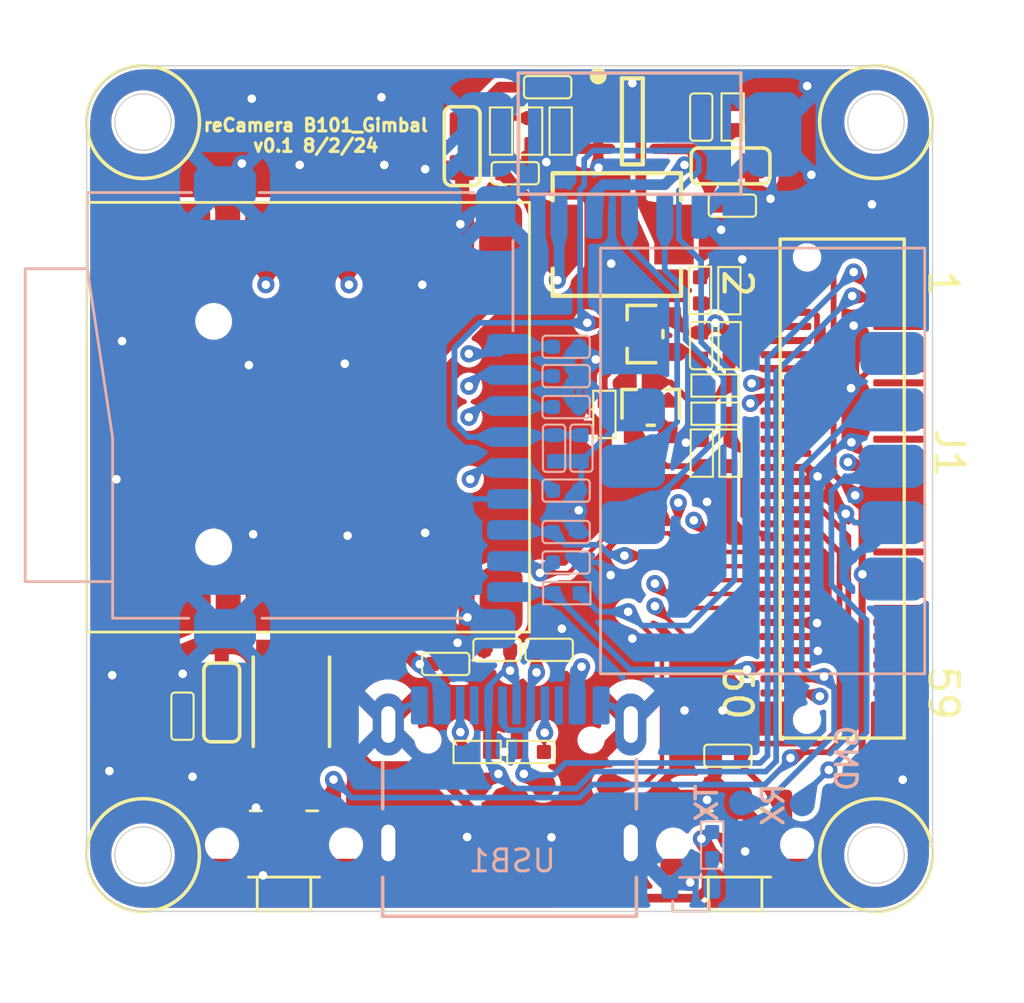
<source format=kicad_pcb>
(kicad_pcb (version 20240108) (generator "pcbnew") (generator_version "8.0")
  (layers (0 "F.Cu" signal) (1 "In1.Cu" signal) (2 "In2.Cu" signal) (31 "B.Cu" signal) (34 "B.Paste" user) (35 "F.Paste" user) (36 "B.SilkS" user "B.Silkscreen") (37 "F.SilkS" user "F.Silkscreen") (38 "B.Mask" user) (39 "F.Mask" user) (44 "Edge.Cuts" user))
  (net 0 "")
  (net 1 "+3V3")
  (net 2 "GND")
  (net 3 "+5V")
  (net 4 "USB_DN")
  (net 5 "USB_DP")
  (net 6 "SDIO_D1{slash}3V3")
  (net 7 "SDIO_D0{slash}3V3")
  (net 8 "SDIO_CLK{slash}3V3")
  (net 9 "SDIO_CMD{slash}3V3")
  (net 10 "SDIO_D3{slash}3V3")
  (net 11 "SDIO_D2{slash}3V3")
  (net 12 "SD_PWR_3V3")
  (net 13 "USB_DET")
  (net 14 "DEBUG_UART0_TX")
  (net 15 "GPIO13")
  (net 16 "Net-(D10-+)")
  (net 17 "GPIO12")
  (net 18 "IIC1_SDA")
  (net 19 "IIC2_SCL")
  (net 20 "SDIO_CD{slash}3V3")
  (net 21 "nRESET")
  (net 22 "IIC2_SDA")
  (net 23 "EPHY_TXN")
  (net 24 "EPHY_RXP")
  (net 25 "PWR_WAKEUP1")
  (net 26 "IIC1_SCL")
  (net 27 "EPHY_RXN")
  (net 28 "UPGRAD_KEY{slash}WL_BT_EN")
  (net 29 "DEBUG_UART0_RX")
  (net 30 "EPHY_TXP")
  (net 31 "+12V")
  (net 33 "SD1_CLK")
  (net 34 "SD1_CMD")
  (net 35 "SD1_D0")
  (net 36 "SD1_D1")
  (net 37 "SD1_D2")
  (net 38 "SD1_D3")
  (net 39 "Net-(USB1-B5{slash}CC2)")
  (net 40 "BT_UART1_TX")
  (net 41 "BT_UART1_RX")
  (net 42 "BT_UART1_RTS")
  (net 43 "BT_UART1_CTS")
  (net 44 "Net-(USB1-A5{slash}CC1)")
  (net 49 "Net-(Q2-G)")
  (net 51 "SD0_PWR_EN")
  (net 52 "VIN")
  (net 59 "RESERVE1")
  (net 62 "RESERVE2")
  (net 66 "Net-(U4-LX)")
  (net 67 "Net-(U4-BS)")
  (net 68 "Net-(U4-FB)")
  (net 69 "Net-(U4-FS)")
  (net 70 "Net-(Q1-B)")
  (net 71 "Net-(Q1-C)")
  (net 72 "Net-(U4-EN)")
  (net 73 "CANH")
  (net 74 "CANL")
  (footprint "Capacitor_SMD:C0402" (layer "F.Cu") (at 101.95 106.55 90)
    (property "Reference" "C7" (hide yes))
    (property "Value" "100nF" (hide yes))
  )
  (footprint "Inductor_SMD:6.8uH" (layer "F.Cu") (at 115.06 87.229)
    (property "Reference" "L1" (hide yes))
    (property "Value" "6.8uH" (hide yes))
  )
  (footprint "Misc:TP-D35MIL" (layer "F.Cu") (at 114.733333 109)
    (property "Reference" "TP4" (hide yes))
    (property "Value" "Test Point" (hide yes))
  )
  (footprint "Misc:TP-D35MIL" (layer "F.Cu") (at 110.066667 109)
    (property "Reference" "TP6" (hide yes))
    (property "Value" "Test Point" (hide yes))
  )
  (footprint "Resistor:R0402" (layer "F.Cu") (at 114.3 107.823 180)
    (property "Reference" "R12" (hide yes))
    (property "Value" "5.1K")
  )
  (footprint "Diode_SMD:ESD-0402" (layer "F.Cu") (at 113.1 104.2 180)
    (property "Reference" "D3" (hide yes))
    (property "Value" "ESDPSA0402V05" (hide yes))
  )
  (footprint "Resistor_SMD:R0402" (layer "F.Cu") (at 113.65775 84.95 -90)
    (property "Reference" "R9" (hide yes))
    (property "Value" "100K" (hide yes))
  )
  (footprint "Connector:WT9011G4K" (layer "F.Cu") (at 98.547919 103.57 90)
    (property "Reference" "U1" (hide yes))
    (property "Value" "~" (hide yes))
  )
  (footprint "Resistor:R0402" (layer "F.Cu") (at 120.3 91.45 90)
    (property "Reference" "R5" (hide yes))
    (property "Value" "20K")
  )
  (footprint "Transistor:SOT-323" (layer "F.Cu") (at 118.55 95.6 -90)
    (property "Reference" "Q1" (hide yes))
    (property "Value" "S9013W" (hide yes))
  )
  (footprint "Capacitor_SMD:C0402" (layer "F.Cu") (at 120.334 93.4125 -90)
    (property "Reference" "C8" (hide yes))
    (property "Value" "100nF")
  )
  (footprint "Resistor:R0402" (layer "F.Cu") (at 120.834 95.825)
    (property "Reference" "R24" (hide yes))
    (property "Value" "1K")
  )
  (footprint "Connector:BTB60-Male-Female-0.5-17.7x4.4mm" (layer "F.Cu") (at 125.344 98.48 -90)
    (property "Reference" "J1")
    (property "Value" "ST-BTB-058060-A")
  )
  (footprint "Resistor:R0402" (layer "F.Cu") (at 121.341 91.461 -90)
    (property "Reference" "R4" (hide yes))
    (property "Value" "10K")
  )
  (footprint "Capacitor_SMD:C0402" (layer "F.Cu") (at 120.35 85.3 90)
    (property "Reference" "C5" (hide yes))
    (property "Value" "10nF" (hide yes))
  )
  (footprint "Converter_DCDC:SY8303AIC" (layer "F.Cu") (at 118.34 87.0045 180)
    (property "Reference" "U4" (hide yes))
    (property "Value" "~" (hide yes))
  )
  (footprint "Resistor:R0402" (layer "F.Cu") (at 120.3635 97.222 -90)
    (property "Reference" "R3" (hide yes))
    (property "Value" "100K")
  )
  (footprint "Resistor:R0402" (layer "F.Cu") (at 121.35 93.4125 90)
    (property "Reference" "R22" (hide yes))
    (property "Value" "33K")
  )
  (footprint "Fuse:F1210" (layer "F.Cu") (at 105.806 106.0415 90)
    (property "Reference" "F1" (hide yes))
    (property "Value" "2A")
  )
  (footprint "Misc:TP-D35MIL" (layer "F.Cu") (at 117.066667 109)
    (property "Reference" "TP7" (hide yes))
    (property "Value" "Test Point" (hide yes))
  )
  (footprint "Diode_SMD:ESD-0402" (layer "F.Cu") (at 114.95 104.2)
    (property "Reference" "D2" (hide yes))
    (property "Value" "ESDPSA0402V05" (hide yes))
  )
  (footprint "Capacitor_SMD:C0402" (layer "F.Cu") (at 114.9 84.25)
    (property "Reference" "C10" (hide yes))
    (property "Value" "100pF" (hide yes))
  )
  (footprint "Switch:SW5-SMD-4.56X2.3X1.9MM" (layer "F.Cu") (at 121.544 111.111 180)
    (property "Reference" "K2" (hide yes))
    (property "Value" "TD-1100AP-A4N-D1R" (hide yes))
  )
  (footprint "Resistor_SMD:R0402" (layer "F.Cu") (at 113.89225 86.65 90)
    (property "Reference" "R10" (hide yes))
    (property "Value" "13.7k" (hide yes))
  )
  (footprint "Capacitor_SMD:C0603" (layer "F.Cu") (at 102.61575 107.44525 90)
    (property "Reference" "C6" (hide yes))
    (property "Value" "10uF" (hide yes))
  )
  (footprint "Resistor:R0402" (layer "F.Cu") (at 112.395 107.823 180)
    (property "Reference" "R7" (hide yes))
    (property "Value" "5.1K")
  )
  (footprint "Misc:TP-D35MIL" (layer "F.Cu") (at 112.4 109)
    (property "Reference" "TP5" (hide yes))
    (property "Value" "Test Point" (hide yes))
  )
  (footprint "Capacitor_SMD:C0603" (layer "F.Cu") (at 120.00475 86.31575)
    (property "Reference" "C4" (hide yes))
    (property "Value" "47uF" (hide yes))
  )
  (footprint "Capacitor_SMD:C0402" (layer "F.Cu") (at 121.45 88.45)
    (property "Reference" "C3" (hide yes))
    (property "Value" "100nF" (hide yes))
  )
  (footprint "Resistor_SMD:R0402" (layer "F.Cu") (at 114.94225 86.65 90)
    (property "Reference" "R6" (hide yes))
    (property "Value" "200k" (hide yes))
  )
  (footprint "Mosfet:SOT-323" (layer "F.Cu") (at 118.35 93)
    (property "Reference" "Q2" (hide yes))
    (property "Value" "CJ2101" (hide yes))
  )
  (footprint "Capacitor_SMD:C0402" (layer "F.Cu") (at 121.285 107.95 180)
    (property "Reference" "C9" (hide yes))
    (property "Value" "10pF")
  )
  (footprint "Resistor:R0402" (layer "F.Cu") (at 120.834 94.825 180)
    (property "Reference" "R20" (hide yes))
    (property "Value" "47K")
  )
  (footprint "Switch:SW5-SMD-4.56X2.3X1.9MM" (layer "F.Cu") (at 105.544 111.111 180)
    (property "Reference" "K1" (hide yes))
    (property "Value" "TD-1100AP-A4N-D1R" (hide yes))
  )
  (footprint "Capacitor_SMD:C0603" (layer "F.Cu") (at 112.58425 84.95475 -90)
    (property "Reference" "C11" (hide yes))
    (property "Value" "47uF" (hide yes))
  )
  (footprint "Diode_SMD:ESD-0402" (layer "F.Cu") (at 111.28 104.7)
    (property "Reference" "D1" (hide yes))
    (property "Value" "ESDPSA0402V05" (hide yes))
  )
  (footprint "Resistor_SMD:R0402" (layer "F.Cu") (at 116.49225 96.7 90)
    (property "Reference" "R21" (hide yes))
    (property "Value" "100K" (hide yes))
  )
  (footprint "Capacitor_SMD:C0402" (layer "F.Cu") (at 113.75 87.3)
    (property "Reference" "C12" (hide yes))
    (property "Value" "100nF" (hide yes))
  )
  (footprint "Resistor:R0402" (layer "F.Cu") (at 121.3795 97.222 -90)
    (property "Reference" "R2" (hide yes))
    (property "Value" "1K")
  )
  (footprint "Resistor_SMD:R0402" (layer "F.Cu") (at 121.04225 86.15 90)
    (property "Reference" "R8" (hide yes))
    (property "Value" "10k" (hide yes))
  )
  (footprint "Capacitor:C0402" (layer "B.Cu") (at 115.1229 97.05 -90)
    (property "Reference" "C1" (hide yes))
    (property "Value" "1uF")
  )
  (footprint "Misc:TP-D35MIL" (layer "B.Cu") (at 123.93 109.66 180)
    (property "Reference" "TP2" (hide yes))
    (property "Value" "Test Point" (hide yes))
  )
  (footprint "Connector:MICRO-SD-CARD-9P" (layer "B.Cu") (at 105.375 95.57 180)
    (property "Reference" "J2" (hide yes))
    (property "Value" "ST-TF-003J" (hide yes))
  )
  (footprint "Capacitor_SMD:C0402" (layer "B.Cu") (at 116.1 97.05 -90)
    (property "Reference" "C2" (hide yes))
    (property "Value" "100nF")
  )
  (footprint "Diode_SMD:ESD-0402" (layer "B.Cu") (at 115.55 98.552)
    (property "Reference" "D6" (hide yes))
    (property "Value" "ESDPSA0402V05" (hide yes))
  )
  (footprint "Connector:USB2.0-TYPE-C" (layer "B.Cu") (at 113.544 106.3 90)
    (property "Reference" "USB1")
    (property "Value" "USB2.0 Type C")
  )
  (footprint "Diode_SMD:ESD-0402" (layer "B.Cu") (at 115.55 100.02)
    (property "Reference" "D5" (hide yes))
    (property "Value" "ESDPSA0402V05" (hide yes))
  )
  (footprint "Diode_SMD:ESD-0402" (layer "B.Cu") (at 115.55 95.59)
    (property "Reference" "D7" (hide yes))
    (property "Value" "ESDPSA0402V05" (hide yes))
  )
  (footprint "Connector:TTL-CAN" (layer "B.Cu") (at 128.27 89.95 180)
    (property "Reference" "U2" (hide yes))
    (property "Value" "~" (hide yes))
  )
  (footprint "Connector:JST5_2P_1d25_7_9x4_3x3_4mm" (layer "B.Cu") (at 117.8 88.82)
    (property "Reference" "J3" (hide yes))
    (property "Value" "1.25-5A-WT")
  )
  (footprint "Diode_SMD:ESD-0402" (layer "B.Cu") (at 115.55 94.49)
    (property "Reference" "D8" (hide yes))
    (property "Value" "ESDPSA0402V05" (hide yes))
  )
  (footprint "Diode:LED2-0.6X1.7MM" (layer "B.Cu") (at 119.98 112.621)
    (property "Reference" "D10" (hide yes))
    (property "Value" "27-21/GHC-YR1S2M/3C" (hide yes))
  )
  (footprint "Diode_SMD:ESD-0402" (layer "B.Cu") (at 115.55 101.1)
    (property "Reference" "D4" (hide yes))
    (property "Value" "ESDPSA0402V05" (hide yes))
  )
  (footprint "Misc:TP-D35MIL" (layer "B.Cu") (at 126.85 108.1 180)
    (property "Reference" "TP3" (hide yes))
    (property "Value" "Test Point" (hide yes))
  )
  (footprint "Diode_SMD:ESD-0402" (layer "B.Cu") (at 115.55 93.45)
    (property "Reference" "D9" (hide yes))
    (property "Value" "ESDPSA0402V05" (hide yes))
  )
  (footprint "Misc:TP-D35MIL" (layer "B.Cu") (at 121.77 109.63 180)
    (property "Reference" "TP1" (hide yes))
    (property "Value" "Test Point" (hide yes))
  )
  (footprint "Resistor:R0402" (layer "B.Cu") (at 120.73 111.125 90)
    (property "Reference" "R1" (hide yes))
    (property "Value" "510R")
  )
  (footprint "Resistor:R0402" (layer "B.Cu") (at 115.5729 102.19)
    (property "Reference" "R23" (hide yes))
    (property "Value" "100K")
  )
  (gr_circle (center 100.544 111.48) (end 102.544 111.48) (stroke (width 0.127)) (fill none) (layer "F.SilkS"))
  (gr_circle (center 100.544 85.48) (end 102.544 85.48) (stroke (width 0.127)) (fill none) (layer "F.SilkS"))
  (gr_circle (center 126.544 111.48) (end 128.544 111.48) (stroke (width 0.127)) (fill none) (layer "F.SilkS"))
  (gr_circle (center 126.544 85.48) (end 128.544 85.48) (stroke (width 0.127)) (fill none) (layer "F.SilkS"))
  (gr_circle (center 100.544 111.48) (end 101.544 111.48) (stroke (width 0.05)) (fill none) (layer "Edge.Cuts"))
  (gr_line (start 128.548285 85.580549) (end 128.547997 111.49247) (stroke (width 0.05)) (layer "Edge.Cuts"))
  (gr_line (start 98.541715 111.379451) (end 98.542003 85.46753) (stroke (width 0.05)) (layer "Edge.Cuts"))
  (gr_arc (start 126.56247 83.482003) (mid 127.99 84.12) (end 128.548285 85.580549) (stroke (width 0.05)) (layer "Edge.Cuts"))
  (gr_circle (center 126.544 111.48) (end 127.544 111.48) (stroke (width 0.05)) (fill none) (layer "Edge.Cuts"))
  (gr_circle (center 126.544 85.48) (end 127.544 85.48) (stroke (width 0.05)) (fill none) (layer "Edge.Cuts"))
  (gr_arc (start 128.547997 111.49247) (mid 127.91 112.92) (end 126.449451 113.478285) (stroke (width 0.05)) (layer "Edge.Cuts"))
  (gr_line (start 126.449451 113.478285) (end 100.52753 113.477997) (stroke (width 0.05)) (layer "Edge.Cuts"))
  (gr_line (start 100.640549 83.481715) (end 126.56247 83.482003) (stroke (width 0.05)) (layer "Edge.Cuts"))
  (gr_arc (start 100.52753 113.477997) (mid 99.1 112.84) (end 98.541715 111.379451) (stroke (width 0.05)) (layer "Edge.Cuts"))
  (gr_circle (center 100.544 85.48) (end 101.544 85.48) (stroke (width 0.05)) (fill none) (layer "Edge.Cuts"))
  (gr_arc (start 98.542003 85.46753) (mid 99.18 84.04) (end 100.640549 83.481715) (stroke (width 0.05)) (layer "Edge.Cuts"))
  (gr_text "TX" (at 120.99 109.63 90) (layer "B.SilkS") (effects (font (size 0.762 0.762) (thickness 0.127)) (justify bottom mirror)))
  (gr_text "GND" (at 125.97 108.045 90) (layer "B.SilkS") (effects (font (size 0.762 0.762) (thickness 0.127)) (justify bottom mirror)))
  (gr_text "RX" (at 123.34 109.69 90) (layer "B.SilkS") (effects (font (size 0.762 0.762) (thickness 0.127)) (justify bottom mirror)))
  (gr_text "reCamera B101_Gimbal\nv0.1 8/2/24" (at 106.67 86.58 0) (layer "F.SilkS") (effects (font (size 0.45 0.45) (thickness 0.1125)) (justify bottom)))
  (segment (start 119.8204 92.9464) (end 119.239 92.365) (width 0.2032) (layer "F.Cu") (net 1))
  (segment (start 125.548 97.54066) (end 125.73734 97.73) (width 0.254) (layer "F.Cu") (net 1))
  (segment (start 120.85 92.6) (end 121.2 92.95) (width 0.2032) (layer "F.Cu") (net 1))
  (segment (start 120.344 92.95) (end 120.3404 92.9464) (width 0.2032) (layer "F.Cu") (net 1))
  (segment (start 120.5 92.95) (end 120.344 92.95) (width 0.2032) (layer "F.Cu") (net 1))
  (segment (start 125.73734 97.73) (end 127.344 97.73) (width 0.254) (layer "F.Cu") (net 1))
  (segment (start 121.2 92.95) (end 121.35 92.95) (width 0.2032) (layer "F.Cu") (net 1))
  (segment (start 120.85 92.6) (end 120.5 92.95) (width 0.2032) (layer "F.Cu") (net 1))
  (segment (start 120.3404 92.9464) (end 119.8204 92.9464) (width 0.2032) (layer "F.Cu") (net 1))
  (via (at 125.548 97.54066) (size 0.6096) (drill 0.3048) (layers "F.Cu" "B.Cu") (net 1))
  (via (at 120.85 92.6) (size 0.6096) (drill 0.3048) (layers "F.Cu" "B.Cu") (net 1))
  (segment (start 124.29 98.23) (end 123.344 98.23) (width 0.2032) (layer "F.Cu") (net 2))
  (segment (start 125.67 96.84) (end 126.06 97.23) (width 0.2032) (layer "F.Cu") (net 2))
  (segment (start 121.341 90.809) (end 121.8 90.35) (width 0.2032) (layer "F.Cu") (net 2))
  (segment (start 104.55 109.8) (end 104.589 109.761) (width 0.2032) (layer "F.Cu") (net 2))
  (segment (start 111.74 104.7) (end 111.74 103.99) (width 0.2032) (layer "F.Cu") (net 2))
  (segment (start 121.957001 91.742999) (end 121.341 91.126999) (width 0.2032) (layer "F.Cu") (net 2))
  (segment (start 122.444001 92.23) (end 121.957001 91.742999) (width 0.2032) (layer "F.Cu") (net 2))
  (segment (start 123.569 111.911) (end 122.461 111.911) (width 0.2032) (layer "F.Cu") (net 2))
  (segment (start 110.60325 87.09675) (end 110.55 87.15) (width 0.2032) (layer "F.Cu") (net 2))
  (segment (start 116.689 85.7795) (end 116.689 87.089) (width 0.2032) (layer "F.Cu") (net 2))
  (segment (start 122.14675 87.03575) (end 122.14675 87.54675) (width 0.2032) (layer "F.Cu") (net 2))
  (segment (start 119.7095 96.7595) (end 119.4555 96.7595) (width 0.2032) (layer "F.Cu") (net 2))
  (segment (start 124.243999 93.73) (end 124.45 93.523999) (width 0.2032) (layer "F.Cu") (net 2))
  (segment (start 114.4564 87.2936) (end 114.85 86.9) (width 0.2032) (layer "F.Cu") (net 2))
  (segment (start 122.461 111.911) (end 121.9 111.35) (width 0.2032) (layer "F.Cu") (net 2))
  (segment (start 120.3635 96.7595) (end 119.8905 96.7595) (width 0.2032) (layer "F.Cu") (net 2))
  (segment (start 121.341 91.126999) (end 121.341 90.9985) (width 0.2032) (layer "F.Cu") (net 2))
  (segment (start 116.689 87.089) (end 116.7 87.1) (width 0.2032) (layer "F.Cu") (net 2))
  (segment (start 126.06 97.23) (end 127.344 97.23) (width 0.2032) (layer "F.Cu") (net 2))
  (segment (start 120.55 109.52) (end 120.641 109.611) (width 0.2032) (layer "F.Cu") (net 2))
  (segment (start 119.994 109.611) (end 119.844 109.761) (width 0.2032) (layer "F.Cu") (net 2))
  (segment (start 121.544 109.611) (end 121.544 110.994) (width 0.2032) (layer "F.Cu") (net 2))
  (segment (start 124.43 103.23) (end 124.45 103.25) (width 0.2032) (layer "F.Cu") (net 2))
  (segment (start 115.41 103.46) (end 115.4 103.45) (width 0.2032) (layer "F.Cu") (net 2))
  (segment (start 115.37225 86.37775) (end 114.85 86.9) (width 0.2032) (layer "F.Cu") (net 2))
  (segment (start 103.33575 105.30325) (end 102.20325 105.30325) (width 0.381) (layer "F.Cu") (net 2))
  (segment (start 120.8261 109.2439) (end 120.8261 107.9564) (width 0.2032) (layer "F.Cu") (net 2))
  (segment (start 115.37225 86.265) (end 115.37225 86.37775) (width 0.2032) (layer "F.Cu") (net 2))
  (segment (start 120.459 109.611) (end 119.994 109.611) (width 0.2032) (layer "F.Cu") (net 2))
  (segment (start 101.9436 105.0564) (end 101.95 105.05) (width 0.381) (layer "F.Cu") (net 2))
  (segment (start 126.348 94.23) (end 127.344 94.23) (width 0.2032) (layer "F.Cu") (net 2))
  (segment (start 102.20325 105.30325) (end 101.95 105.05) (width 0.381) (layer "F.Cu") (net 2))
  (segment (start 122.14675 87.54675) (end 122.8 88.2) (width 0.2032) (layer "F.Cu") (net 2))
  (segment (start 124.45 93.523999) (end 124.45 92.35) (width 0.2032) (layer "F.Cu") (net 2))
  (segment (start 124.471099 98.048901) (end 124.152198 97.73) (width 0.2032) (layer "F.Cu") (net 2))
  (segment (start 103.844 109.761) (end 104.511 109.761) (width 0.2032) (layer "F.Cu") (net 2))
  (segment (start 119.4555 96.7595) (end 119.185 96.489) (width 0.2032) (layer "F.Cu") (net 2))
  (segment (start 112.64 104.2) (end 111.95 104.2) (width 0.2032) (layer "F.Cu") (net 2))
  (segment (start 119.519 111.911) (end 119.519 112.019) (width 0.2032) (layer "F.Cu") (net 2))
  (segment (start 110.479919 100.120081) (end 110.479919 102.42) (width 0.2032) (layer "F.Cu") (net 2))
  (segment (start 110.066667 110.227333) (end 109.244 111.05) (width 0.2032) (layer "F.Cu") (net 2))
  (segment (start 126.22 92.23) (end 127.344 92.23) (width 0.2032) (layer "F.Cu") (net 2))
  (segment (start 111.95 104.2) (end 111.7 103.95) (width 0.2032) (layer "F.Cu") (net 2))
  (segment (start 101.9436 106.0911) (end 101.9436 105.0564) (width 0.381) (layer "F.Cu") (net 2))
  (segment (start 114.32225 86.37225) (end 114.85 86.9) (width 0.2032) (layer "F.Cu") (net 2))
  (segment (start 123.344 103.23) (end 124.43 103.23) (width 0.2032) (layer "F.Cu") (net 2))
  (segment (start 123.344 93.73) (end 124.243999 93.73) (width 0.2032) (layer "F.Cu") (net 2))
  (segment (start 120.55 109.52) (end 120.459 109.611) (width 0.2032) (layer "F.Cu") (net 2))
  (segment (start 116.15 94.35) (end 116.6 93.9) (width 0.2032) (layer "F.Cu") (net 2))
  (segment (start 124.45 92.35) (end 124.33 92.23) (width 0.2032) (layer "F.Cu") (net 2))
  (segment (start 124.152198 97.73) (end 123.344 97.73) (width 0.2032) (layer "F.Cu") (net 2))
  (segment (start 119.8 96.85) (end 119.7095 96.7595) (width 0.2032) (layer "F.Cu") (net 2))
  (segment (start 104.511 109.761) (end 104.55 109.8) (width 0.2032) (layer "F.Cu") (net 2))
  (segment (start 110.461919 89.466) (end 110.461919 91.238081) (width 0.3048) (layer "F.Cu") (net 2))
  (segment (start 116.15 95.54275) (end 116.15 94.35) (width 0.2032) (layer "F.Cu") (net 2))
  (segment (start 124.33 92.23) (end 123.344 92.23) (width 0.2032) (layer "F.Cu") (net 2))
  (segment (start 116.92225 96.315) (end 116.15 95.54275) (width 0.2032) (layer "F.Cu") (net 2))
  (segment (start 120.641 109.611) (end 121.544 109.611) (width 0.2032) (layer "F.Cu") (net 2))
  (segment (start 111.86425 87.09675) (end 110.60325 87.09675) (width 0.2032) (layer "F.Cu") (net 2))
  (segment (start 110.461919 91.238081) (end 110.45 91.25) (width 0.3048) (layer "F.Cu") (net 2))
  (segment (start 111.74 103.99) (end 111.7 103.95) (width 0.2032) (layer "F.Cu") (net 2))
  (segment (start 103.519 111.911) (end 104.511 111.911) (width 0.2032) (layer "F.Cu") (net 2))
  (segment (start 114.32225 86.265) (end 114.32225 86.37225) (width 0.2032) (layer "F.Cu") (net 2))
  (segment (start 104.589 109.761) (end 105.394 109.761) (width 0.2032) (layer "F.Cu") (net 2))
  (segment (start 119.519 112.019) (end 119.95 112.45) (width 0.2032) (layer "F.Cu") (net 2))
  (segment (start 122.5564 88.4436) (end 122.8 88.2) (width 0.2032) (layer "F.Cu") (net 2))
  (segment (start 124.471099 98.048901) (end 124.29 98.23) (width 0.2032) (layer "F.Cu") (net 2))
  (segment (start 123.344 92.23) (end 122.444001 92.23) (width 0.2032) (layer "F.Cu") (net 2))
  (segment (start 121.544 110.994) (end 121.9 111.35) (width 0.2032) (layer "F.Cu") (net 2))
  (segment (start 104.511 111.911) (end 104.8 112.2) (width 0.2032) (layer "F.Cu") (net 2))
  (segment (start 121.9089 88.4436) (end 122.5564 88.4436) (width 0.2032) (layer "F.Cu") (net 2))
  (segment (start 125.75 92.7) (end 126.22 92.23) (width 0.2032) (layer "F.Cu") (net 2))
  (segment (start 119.8905 96.7595) (end 119.8 96.85) (width 0.2032) (layer "F.Cu") (net 2))
  (segment (start 121.341 90.9985) (end 121.341 90.809) (width 0.2032) (layer "F.Cu") (net 2))
  (segment (start 110.066667 109) (end 110.066667 110.227333) (width 0.2032) (layer "F.Cu") (net 2))
  (segment (start 115.41 104.2) (end 115.41 103.46) (width 0.2032) (layer "F.Cu") (net 2))
  (segment (start 105.089 111.911) (end 104.8 112.2) (width 0.2032) (layer "F.Cu") (net 2))
  (segment (start 125.658 94.92) (end 126.348 94.23) (width 0.2032) (layer "F.Cu") (net 2))
  (segment (start 110.55 100.05) (end 110.479919 100.120081) (width 0.2032) (layer "F.Cu") (net 2))
  (segment (start 105.394 109.761) (end 105.544 109.611) (width 0.2032) (layer "F.Cu") (net 2))
  (segment (start 114.2089 87.2936) (end 114.4564 87.2936) (width 0.2032) (layer "F.Cu") (net 2))
  (segment (start 120.55 109.52) (end 120.8261 109.2439) (width 0.2032) (layer "F.Cu") (net 2))
  (segment (start 107.569 111.911) (end 105.089 111.911) (width 0.2032) (layer "F.Cu") (net 2))
  (via (at 125.67 96.84) (size 0.6096) (drill 0.3048) (layers "F.Cu" "B.Cu") (net 2))
  (via (at 112.04 110.84) (size 0.6096) (drill 0.3048) (layers "F.Cu" "B.Cu") (net 2))
  (via (at 99.6 98.15) (size 0.6096) (drill 0.3048) (layers "F.Cu" "B.Cu") (net 2))
  (via (at 104.4 84.65) (size 0.6096) (drill 0.3048) (layers "F.Cu" "B.Cu") (net 2))
  (via (at 104.05 86.95) (size 0.6096) (drill 0.3048) (layers "F.Cu" "B.Cu") (net 2))
  (via (at 114.85 86.9) (size 0.6096) (drill 0.3048) (layers "F.Cu" "B.Cu") (net 2))
  (via (at 124.25 87.35) (size 0.6096) (drill 0.3048) (layers "F.Cu" "B.Cu") (net 2))
  (via (at 117.15 90.5) (size 0.6096) (drill 0.3048) (layers "F.Cu" "B.Cu") (net 2))
  (via (at 107.8 100.15) (size 0.6096) (drill 0.3048) (layers "F.Cu" "B.Cu") (net 2))
  (via (at 116.6 93.9) (size 0.6096) (drill 0.3048) (layers "F.Cu" "B.Cu") (net 2))
  (via (at 107.7 94.05) (size 0.6096) (drill 0.3048) (layers "F.Cu" "B.Cu") (net 2))
  (via (at 119.95 112.45) (size 0.6096) (drill 0.3048) (layers "F.Cu" "B.Cu") (net 2))
  (via (at 104.55 109.8) (size 0.6096) (drill 0.3048) (layers "F.Cu" "B.Cu") (net 2))
  (via (at 124.45 103.25) (size 0.6096) (drill 0.3048) (layers "F.Cu" "B.Cu") (net 2))
  (via (at 121.8 90.35) (size 0.6096) (drill 0.3048) (layers "F.Cu" "B.Cu") (net 2))
  (via (at 121.9 111.35) (size 0.6096) (drill 0.3048) (layers "F.Cu" "B.Cu") (net 2))
  (via (at 104.3 94.1) (size 0.6096) (drill 0.3048) (layers "F.Cu" "B.Cu") (net 2))
  (via (at 120.55 109.52) (size 0.6096) (drill 0.3048) (layers "F.Cu" "B.Cu") (net 2))
  (via (at 124.48 104.24) (size 0.6096) (drill 0.3048) (layers "F.Cu" "B.Cu") (net 2))
  (via (at 104.45 100.1) (size 0.6096) (drill 0.3048) (layers "F.Cu" "B.Cu") (net 2))
  (via (at 117.9 103.8) (size 0.6096) (drill 0.3048) (layers "F.Cu" "B.Cu") (net 2))
  (via (at 101.95 105.05) (size 0.6096) (drill 0.3048) (layers "F.Cu" "B.Cu") (net 2))
  (via (at 102.3 108.7) (size 0.6096) (drill 0.3048) (layers "F.Cu" "B.Cu") (net 2))
  (via (at 112.05 103.05) (size 0.6096) (drill 0.3048) (layers "F.Cu" "B.Cu") (net 2))
  (via (at 110.45 91.25) (size 0.6096) (drill 0.3048) (layers "F.Cu" "B.Cu") (net 2))
  (via (at 115.4 103.45) (size 0.6096) (drill 0.3048) (layers "F.Cu" "B.Cu") (net 2))
  (via (at 125.658 94.92) (size 0.6096) (drill 0.3048) (layers "F.Cu" "B.Cu") (net 2))
  (via (at 110.55 87.15) (size 0.6096) (drill 0.3048) (layers "F.Cu" "B.Cu") (net 2))
  (via (at 109 84.6) (size 0.6096) (drill 0.3048) (layers "F.Cu" "B.Cu") (net 2))
  (via (at 127.491 108.807) (size 0.6096) (drill 0.3048) (layers "F.Cu" "B.Cu") (net 2))
  (via (at 124.471099 98.048901) (size 0.6096) (drill 0.3048) (layers "F.Cu" "B.Cu") (net 2))
  (via (at 121.1 106.35) (size 0.6096) (drill 0.3048) (layers "F.Cu" "B.Cu") (net 2))
  (via (at 119.8 96.85) (size 0.6096) (drill 0.3048) (layers "F.Cu" "B.Cu") (net 2))
  (via (at 117.9 84.1) (size 0.6096) (drill 0.3048) (layers "F.Cu" "B.Cu") (net 2))
  (via (at 126.4 88.4) (size 0.6096) (drill 0.3048) (layers "F.Cu" "B.Cu") (net 2))
  (via (at 121.05 89.3) (size 0.6096) (drill 0.3048) (layers "F.Cu" "B.Cu") (net 2))
  (via (at 109.1 87) (size 0.6096) (drill 0.3048) (layers "F.Cu" "B.Cu") (net 2))
  (via (at 116 99.25) (size 0.6096) (drill 0.3048) (layers "F.Cu" "B.Cu") (net 2))
  (via (at 119.75 106.35) (size 0.6096) (drill 0.3048) (layers "F.Cu" "B.Cu") (net 2))
  (via (at 125.75 92.7) (size 0.6096) (drill 0.3048) (layers "F.Cu" "B.Cu") (net 2))
  (via (at 125.468 99.373056) (size 0.6096) (drill 0.3048) (layers "F.Cu" "B.Cu") (net 2))
  (via (at 104.8 112.2) (size 0.6096) (drill 0.3048) (layers "F.Cu" "B.Cu") (net 2))
  (via (at 116.7 87.1) (size 0.6096) (drill 0.3048) (layers "F.Cu" "B.Cu") (net 2))
  (via (at 111.7 103.95) (size 0.6096) (drill 0.3048) (layers "F.Cu" "B.Cu") (net 2))
  (via (at 99.45 105.1) (size 0.6096) (drill 0.3048) (layers "F.Cu" "B.Cu") (net 2))
  (via (at 113.35 107.82) (size 0.6096) (drill 0.3048) (layers "F.Cu" "B.Cu") (net 2))
  (via (at 99.35 108.5) (size 0.6096) (drill 0.3048) (layers "F.Cu" "B.Cu") (net 2))
  (via (at 99.8 93.25) (size 0.6096) (drill 0.3048) (layers "F.Cu" "B.Cu") (net 2))
  (via (at 124.1 84.2) (size 0.6096) (drill 0.3048) (layers "F.Cu" "B.Cu") (net 2))
  (via (at 110.55 100.05) (size 0.6096) (drill 0.3048) (layers "F.Cu" "B.Cu") (net 2))
  (via (at 117.13 101.55) (size 0.6096) (drill 0.3048) (layers "F.Cu" "B.Cu") (net 2))
  (via (at 115.03 110.85) (size 0.6096) (drill 0.3048) (layers "F.Cu" "B.Cu") (net 2))
  (via (at 122.8 88.2) (size 0.6096) (drill 0.3048) (layers "F.Cu" "B.Cu") (net 2))
  (via (at 120.55 98.95) (size 0.6096) (drill 0.3048) (layers "F.Cu" "B.Cu") (net 2))
  (via (at 111.8 89.1) (size 0.6096) (drill 0.3048) (layers "F.Cu" "B.Cu") (net 2))
  (via (at 106.1 87) (size 0.6096) (drill 0.3048) (layers "F.Cu" "B.Cu") (net 2))
  (segment (start 125.782944 99.688) (end 127.127 99.688) (width 0.2032) (layer "B.Cu") (net 2))
  (segment (start 111.85 103.8) (end 111.7 103.95) (width 0.2032) (layer "B.Cu") (net 2))
  (segment (start 112.95 103.8) (end 111.85 103.8) (width 0.2032) (layer "B.Cu") (net 2))
  (segment (start 113.05 88.65) (end 112.25 88.65) (width 0.381) (layer "B.Cu") (net 2))
  (segment (start 101.95 105.05) (end 101.95 104.95) (width 0.381) (layer "B.Cu") (net 2))
  (segment (start 116.15 93.45) (end 116.6 93.9) (width 0.2032) (layer "B.Cu") (net 2))
  (segment (start 119.23 112.621) (end 119.779 112.621) (width 0.2032) (layer "B.Cu") (net 2))
  (segment (start 122.9 85.92) (end 122.9 88.1) (width 0.2032) (layer "B.Cu") (net 2))
  (segment (start 103.45 87.55) (end 104.05 86.95) (width 0.2032) (layer "B.Cu") (net 2))
  (segment (start 116.68 101.1) (end 117.13 101.55) (width 0.2032) (layer "B.Cu") (net 2))
  (segment (start 116.01 99.26) (end 116 99.25) (width 0.2032) (layer "B.Cu") (net 2))
  (segment (start 116.09 97.5125) (end 116.0936 97.5089) (width 0.2032) (layer "B.Cu") (net 2))
  (segment (start 116.794 106.175) (end 117.169 106.175) (width 0.2032) (layer "B.Cu") (net 2))
  (segment (start 116.0936 97.5089) (end 116.0936 98.4684) (width 0.2032) (layer "B.Cu") (net 2))
  (segment (start 116.0936 97.5074) (end 117.913 95.688) (width 0.2032) (layer "B.Cu") (net 2))
  (segment (start 116.0936 98.4684) (end 116.01 98.552) (width 0.2032) (layer "B.Cu") (net 2))
  (segment (start 112.25 88.65) (end 111.8 89.1) (width 0.381) (layer "B.Cu") (net 2))
  (segment (start 113.2 98.85) (end 111.75 98.85) (width 0.2032) (layer "B.Cu") (net 2))
  (segment (start 122.9 88.1) (end 122.8 88.2) (width 0.2032) (layer "B.Cu") (net 2))
  (segment (start 116.01 100.02) (end 116.01 99.26) (width 0.2032) (layer "B.Cu") (net 2))
  (segment (start 111.78 85.92) (end 110.55 87.15) (width 0.381) (layer "B.Cu") (net 2))
  (segment (start 101.95 104.95) (end 103.45 103.45) (width 0.381) (layer "B.Cu") (net 2))
  (segment (start 125.468 99.373056) (end 125.782944 99.688) (width 0.2032) (layer "B.Cu") (net 2))
  (segment (start 103.45 88.1) (end 103.45 87.55) (width 0.2032) (layer "B.Cu") (net 2))
  (segment (start 116.01 98.552) (end 116.01 99.24) (width 0.2032) (layer "B.Cu") (net 2))
  (segment (start 120.57 88.82) (end 121.05 89.3) (width 0.2032) (layer "B.Cu") (net 2))
  (segment (start 103.45 103.8) (end 103.2 103.8) (width 0.2032) (layer "B.Cu") (net 2))
  (segment (start 112.95 89.1) (end 113.05 89) (width 0.3048) (layer "B.Cu") (net 2))
  (segment (start 116.01 101.1) (end 116.68 101.1) (width 0.2032) (layer "B.Cu") (net 2))
  (segment (start 126.85 108.166) (end 127.491 108.807) (width 0.2032) (layer "B.Cu") (net 2))
  (segment (start 116.01 93.45) (end 116.15 93.45) (width 0.2032) (layer "B.Cu") (net 2))
  (segment (start 116.01 94.49) (end 116.6 93.9) (width 0.2032) (layer "B.Cu") (net 2))
  (segment (start 112.7 85.92) (end 111.78 85.92) (width 0.381) (layer "B.Cu") (net 2))
  (segment (start 124.471099 98.175099) (end 124.471099 98.048901) (width 0.2032) (layer "B.Cu") (net 2))
  (segment (start 120.3 88.82) (end 120.57 88.82) (width 0.2032) (layer "B.Cu") (net 2))
  (segment (start 116.01 99.24) (end 116 99.25) (width 0.2032) (layer "B.Cu") (net 2))
  (segment (start 115.1229 97.5125) (end 116.09 97.5125) (width 0.2032) (layer "B.Cu") (net 2))
  (segment (start 111.75 98.85) (end 110.55 100.05) (width 0.2032) (layer "B.Cu") (net 2))
  (segment (start 116.01 95.59) (end 116.01 94.49) (width 0.2032) (layer "B.Cu") (net 2))
  (segment (start 109.919 106.175) (end 109.244 106.85) (width 0.2032) (layer "B.Cu") (net 2))
  (segment (start 116.0936 97.5089) (end 116.0936 97.5074) (width 0.2032) (layer "B.Cu") (net 2))
  (segment (start 110.344 106.175) (end 109.919 106.175) (width 0.2032) (layer "B.Cu") (net 2))
  (segment (start 117.169 106.175) (end 117.844 106.85) (width 0.2032) (layer "B.Cu") (net 2))
  (segment (start 126.85 108.1) (end 126.85 108.166) (width 0.2032) (layer "B.Cu") (net 2))
  (segment (start 119.779 112.621) (end 119.95 112.45) (width 0.2032) (layer "B.Cu") (net 2))
  (segment (start 113.22775 86.26) (end 113.22775 87.23745) (width 0.381) (layer "F.Cu") (net 3))
  (segment (start 113.22775 87.23745) (end 113.2839 87.2936) (width 0.381) (layer "F.Cu") (net 3))
  (segment (start 113.1934 84.2436) (end 111.86425 85.57275) (width 0.381) (layer "F.Cu") (net 3))
  (segment (start 113.2839 87.2936) (end 115.322 89.3317) (width 0.381) (layer "F.Cu") (net 3))
  (segment (start 106.2 104.0475) (end 106.2 98.591) (width 0.381) (layer "F.Cu") (net 3))
  (segment (start 110.805 104.71) (end 110.815 104.7) (width 0.2032) (layer "F.Cu") (net 3))
  (segment (start 115.322 89.3317) (end 115.322 89.469) (width 0.381) (layer "F.Cu") (net 3))
  (segment (start 115.322 89.469) (end 115.322 91.008) (width 0.381) (layer "F.Cu") (net 3))
  (segment (start 111.86425 85.57275) (end 112.5405 85.57275) (width 0.381) (layer "F.Cu") (net 3))
  (segment (start 105.806 104.4415) (end 106.2 104.0475) (width 0.2032) (layer "F.Cu") (net 3))
  (segment (start 114.4339 84.2436) (end 113.1934 84.2436) (width 0.381) (layer "F.Cu") (net 3))
  (segment (start 112.5405 85.57275) (end 113.22775 86.26) (width 0.381) (layer "F.Cu") (net 3))
  (segment (start 106.2 98.591) (end 115.322 89.469) (width 0.381) (layer "F.Cu") (net 3))
  (segment (start 115.322 91.008) (end 115.24 91.09) (width 0.381) (layer "F.Cu") (net 3))
  (segment (start 110.0915 104.4415) (end 110.36 104.71) (width 0.381) (layer "F.Cu") (net 3))
  (segment (start 110.36 104.71) (end 110.805 104.71) (width 0.2032) (layer "F.Cu") (net 3))
  (segment (start 105.806 104.4415) (end 110.0915 104.4415) (width 0.381) (layer "F.Cu") (net 3))
  (via (at 115.24 91.09) (size 0.6096) (drill 0.3048) (layers "F.Cu" "B.Cu") (net 3))
  (via (at 116.1 104.8) (size 0.6096) (drill 0.3048) (layers "F.Cu" "B.Cu") (net 3))
  (via (at 110.36 104.71) (size 0.6096) (drill 0.3048) (layers "F.Cu" "B.Cu") (net 3))
  (segment (start 111.144 106.175) (end 111.144 105.494) (width 0.381) (layer "B.Cu") (net 3))
  (segment (start 115.3 91.03) (end 115.24 91.09) (width 0.381) (layer "B.Cu") (net 3))
  (segment (start 115.944 105.254) (end 115.94 105.25) (width 0.503174) (layer "B.Cu") (net 3))
  (segment (start 111.144 105.494) (end 110.36 104.71) (width 0.381) (layer "B.Cu") (net 3))
  (segment (start 115.94 104.96) (end 116.1 104.8) (width 0.503174) (layer "B.Cu") (net 3))
  (segment (start 115.8 106.319) (end 115.944 106.175) (width 0.2032) (layer "B.Cu") (net 3))
  (segment (start 115.944 106.175) (end 115.944 105.254) (width 0.503174) (layer "B.Cu") (net 3))
  (segment (start 115.94 105.25) (end 115.94 104.96) (width 0.503174) (layer "B.Cu") (net 3))
  (segment (start 115.3 88.82) (end 115.3 91.03) (width 0.381) (layer "B.Cu") (net 3))
  (segment (start 114.45 109) (end 114.733333 109) (width 0.141986) (layer "F.Cu") (net 4))
  (segment (start 126.18 91.23) (end 125.75 90.8) (width 0.2032) (layer "F.Cu") (net 4))
  (segment (start 114.05 108.6) (end 114.45 109) (width 0.141986) (layer "F.Cu") (net 4))
  (segment (start 114.4875 104.9875) (end 114.4875 104.71) (width 0.141986) (layer "F.Cu") (net 4))
  (segment (start 114.5 104.215) (end 114.485 104.2) (width 0.2032) (layer "F.Cu") (net 4))
  (segment (start 127.344 91.23) (end 126.18 91.23) (width 0.2032) (layer "F.Cu") (net 4))
  (segment (start 114.5 105) (end 114.5 104.215) (width 0.2032) (layer "F.Cu") (net 4))
  (segment (start 114.5 105) (end 114.4875 104.9875) (width 0.141986) (layer "F.Cu") (net 4))
  (via (at 125.75 90.8) (size 0.6096) (drill 0.3048) (layers "F.Cu" "B.Cu") (net 4))
  (via (at 114.5 105) (size 0.6096) (drill 0.3048) (layers "F.Cu" "B.Cu") (net 4))
  (via (at 114.05 108.6) (size 0.6096) (drill 0.3048) (layers "F.Cu" "B.Cu") (net 4))
  (segment (start 115.1 108.64) (end 114.09 108.64) (width 0.2032) (layer "B.Cu") (net 4))
  (segment (start 114.294 105.206) (end 114.294 106.175) (width 0.2032) (layer "B.Cu") (net 4))
  (segment (start 114.1068 108.5432) (end 114.05 108.6) (width 0.2032) (layer "B.Cu") (net 4))
  (segment (start 125.75 90.8) (end 122.6952 93.8548) (width 0.2032) (layer "B.Cu") (net 4))
  (segment (start 114.1068 107.0532) (end 114.294 106.866) (width 0.2032) (layer "B.Cu") (net 4))
  (segment (start 114.09 108.64) (end 114.05 108.6) (width 0.2032) (layer "B.Cu") (net 4))
  (segment (start 113.497201 107.0532) (end 114.1068 107.0532) (width 0.2032) (layer "B.Cu") (net 4))
  (segment (start 122.436232 108.213768) (end 115.526232 108.213768) (width 0.2032) (layer "B.Cu") (net 4))
  (segment (start 113.294 106.175) (end 113.294 106.849999) (width 0.2032) (layer "B.Cu") (net 4))
  (segment (start 114.1068 107.0532) (end 114.1068 108.5432) (width 0.2032) (layer "B.Cu") (net 4))
  (segment (start 114.294 106.866) (end 114.294 106.175) (width 0.2032) (layer "B.Cu") (net 4))
  (segment (start 113.294 106.849999) (end 113.497201 107.0532) (width 0.2032) (layer "B.Cu") (net 4))
  (segment (start 122.6952 107.9548) (end 122.436232 108.213768) (width 0.2032) (layer "B.Cu") (net 4))
  (segment (start 114.25 108.8) (end 114.05 108.6) (width 0.141986) (layer "B.Cu") (net 4))
  (segment (start 114.5 105) (end 114.294 105.206) (width 0.2032) (layer "B.Cu") (net 4))
  (segment (start 122.6952 93.8548) (end 122.6952 107.9548) (width 0.2032) (layer "B.Cu") (net 4))
  (segment (start 115.526232 108.213768) (end 115.1 108.64) (width 0.2032) (layer "B.Cu") (net 4))
  (segment (start 113.563062 104.936938) (end 113.789438 104.936938) (width 0.141986) (layer "F.Cu") (net 5))
  (segment (start 127.344 91.73) (end 125.78 91.73) (width 0.2032) (layer "F.Cu") (net 5))
  (segment (start 113.15 108.6) (end 112.75 109) (width 0.141986) (layer "F.Cu") (net 5))
  (segment (start 113.563062 104.201938) (end 113.565 104.2) (width 0.2032) (layer "F.Cu") (net 5))
  (segment (start 112.75 109) (end 112.4 109) (width 0.141986) (layer "F.Cu") (net 5))
  (segment (start 125.78 91.73) (end 125.7 91.65) (width 0.2032) (layer "F.Cu") (net 5))
  (segment (start 113.563062 104.936938) (end 113.563062 104.201938) (width 0.2032) (layer "F.Cu") (net 5))
  (via (at 125.7 91.65) (size 0.6096) (drill 0.3048) (layers "F.Cu" "B.Cu") (net 5))
  (via (at 113.15 108.6) (size 0.6096) (drill 0.3048) (layers "F.Cu" "B.Cu") (net 5))
  (via (at 113.563062 104.936938) (size 0.6096) (drill 0.3048) (layers "F.Cu" "B.Cu") (net 5))
  (segment (start 123 108.15) (end 122.631432 108.518568) (width 0.2032) (layer "B.Cu") (net 5))
  (segment (start 125.7 91.65) (end 123 94.35) (width 0.2032) (layer "B.Cu") (net 5))
  (segment (start 113.274001 105.02) (end 112.794 105.500001) (width 0.2032) (layer "B.Cu") (net 5))
  (segment (start 113.794 105.167876) (end 113.794 106.175) (width 0.2032) (layer "B.Cu") (net 5))
  (segment (start 113.563062 104.936938) (end 113.48 105.02) (width 0.2032) (layer "B.Cu") (net 5))
  (segment (start 116.518568 108.518568) (end 115.917136 109.12) (width 0.2032) (layer "B.Cu") (net 5))
  (segment (start 113.48 105.02) (end 113.274001 105.02) (width 0.2032) (layer "B.Cu") (net 5))
  (segment (start 112.794 106.175) (end 112.794 108.244) (width 0.2032) (layer "B.Cu") (net 5))
  (segment (start 113.563062 104.936938) (end 113.794 105.167876) (width 0.2032) (layer "B.Cu") (net 5))
  (segment (start 123 94.35) (end 123 108.15) (width 0.2032) (layer "B.Cu") (net 5))
  (segment (start 112.794 105.500001) (end 112.794 106.175) (width 0.2032) (layer "B.Cu") (net 5))
  (segment (start 113.67 109.12) (end 113.15 108.6) (width 0.2032) (layer "B.Cu") (net 5))
  (segment (start 122.631432 108.518568) (end 116.518568 108.518568) (width 0.2032) (layer "B.Cu") (net 5))
  (segment (start 112.794 108.244) (end 113.15 108.6) (width 0.2032) (layer "B.Cu") (net 5))
  (segment (start 115.917136 109.12) (end 113.67 109.12) (width 0.2032) (layer "B.Cu") (net 5))
  (segment (start 115.639626 101.475) (end 117.049258 100.065368) (width 0.156464) (layer "F.Cu") (net 6))
  (segment (start 120.85 101.73) (end 123.344 101.73) (width 0.156464) (layer "F.Cu") (net 6))
  (segment (start 114.625 101.475) (end 115.639626 101.475) (width 0.156464) (layer "F.Cu") (net 6))
  (segment (start 119.185368 100.065368) (end 120.85 101.73) (width 0.156464) (layer "F.Cu") (net 6))
  (segment (start 117.049258 100.065368) (end 119.185368 100.065368) (width 0.156464) (layer "F.Cu") (net 6))
  (via (at 114.625 101.475) (size 0.6096) (drill 0.3048) (layers "F.Cu" "B.Cu") (net 6))
  (segment (start 115 101.1) (end 115.085 101.1) (width 0.2032) (layer "B.Cu") (net 6))
  (segment (start 114.625 101.475) (end 114.2 101.05) (width 0.2032) (layer "B.Cu") (net 6))
  (segment (start 114.625 101.475) (end 115 101.1) (width 0.2032) (layer "B.Cu") (net 6))
  (segment (start 114.2 101.05) (end 113.55 101.05) (width 0.2032) (layer "B.Cu") (net 6))
  (segment (start 119.12 100.86) (end 120.478001 102.218001) (width 0.156464) (layer "F.Cu") (net 7))
  (segment (start 117.62 100.86) (end 119.12 100.86) (width 0.156464) (layer "F.Cu") (net 7))
  (segment (start 123.332001 102.218001) (end 123.344 102.23) (width 0.156464) (layer "F.Cu") (net 7))
  (segment (start 120.478001 102.218001) (end 123.332001 102.218001) (width 0.156464) (layer "F.Cu") (net 7))
  (via (at 117.62 100.86) (size 0.6096) (drill 0.3048) (layers "F.Cu" "B.Cu") (net 7))
  (segment (start 115.085 100.02) (end 115.5382 100.4732) (width 0.2032) (layer "B.Cu") (net 7))
  (segment (start 115.5382 100.4732) (end 116.729016 100.4732) (width 0.2032) (layer "B.Cu") (net 7))
  (segment (start 116.729016 100.4732) (end 117.115816 100.86) (width 0.2032) (layer "B.Cu") (net 7))
  (segment (start 117.115816 100.86) (end 117.62 100.86) (width 0.2032) (layer "B.Cu") (net 7))
  (segment (start 113.62 100.02) (end 113.55 99.95) (width 0.2032) (layer "B.Cu") (net 7))
  (segment (start 115.085 100.02) (end 113.62 100.02) (width 0.2032) (layer "B.Cu") (net 7))
  (segment (start 121.88 103.73) (end 123.344 103.73) (width 0.156464) (layer "F.Cu") (net 8))
  (segment (start 119.78 103.73) (end 118.7 102.65) (width 0.156464) (layer "F.Cu") (net 8))
  (segment (start 121.88 103.73) (end 119.78 103.73) (width 0.156464) (layer "F.Cu") (net 8))
  (via (at 112.15 98.15) (size 0.6096) (drill 0.3048) (layers "F.Cu" "B.Cu") (net 8))
  (via (at 118.7 102.65) (size 0.6096) (drill 0.3048) (layers "F.Cu" "B.Cu") (net 8))
  (segment (start 112.15 98.15) (end 112.55 97.75) (width 0.2032) (layer "B.Cu") (net 8))
  (segment (start 115.085 98.552) (end 114.283 97.75) (width 0.2032) (layer "B.Cu") (net 8))
  (segment (start 114.283 97.75) (end 113.55 97.75) (width 0.2032) (layer "B.Cu") (net 8))
  (segment (start 112.55 97.75) (end 113.55 97.75) (width 0.2032) (layer "B.Cu") (net 8))
  (segment (start 112.15 98.15) (end 112.2 98.1) (width 0.2032) (layer "B.Cu") (net 8))
  (segment (start 118.7 101.85) (end 119.562453 102.712453) (width 0.156464) (layer "F.Cu") (net 9))
  (segment (start 118.75 101.9) (end 118.7 101.85) (width 0.156464) (layer "F.Cu") (net 9))
  (segment (start 119.562453 102.712453) (end 123.326453 102.712453) (width 0.156464) (layer "F.Cu") (net 9))
  (segment (start 123.326453 102.712453) (end 123.344 102.73) (width 0.156464) (layer "F.Cu") (net 9))
  (via (at 118.7 101.85) (size 0.6096) (drill 0.3048) (layers "F.Cu" "B.Cu") (net 9))
  (via (at 112.1 95.95) (size 0.6096) (drill 0.3048) (layers "F.Cu" "B.Cu") (net 9))
  (segment (start 113.59 95.59) (end 113.55 95.55) (width 0.2032) (layer "B.Cu") (net 9))
  (segment (start 113.55 95.55) (end 112.5 95.55) (width 0.2032) (layer "B.Cu") (net 9))
  (segment (start 112.5 95.55) (end 112.1 95.95) (width 0.2032) (layer "B.Cu") (net 9))
  (segment (start 115.085 95.59) (end 113.59 95.59) (width 0.2032) (layer "B.Cu") (net 9))
  (segment (start 121.202 100.73) (end 123.344 100.73) (width 0.156464) (layer "F.Cu") (net 10))
  (segment (start 120.08 99.608) (end 121.202 100.73) (width 0.156464) (layer "F.Cu") (net 10))
  (via (at 120.08 99.608) (size 0.6096) (drill 0.3048) (layers "F.Cu" "B.Cu") (net 10))
  (via (at 112.1 94.85) (size 0.6096) (drill 0.3048) (layers "F.Cu" "B.Cu") (net 10))
  (segment (start 113.55 94.45) (end 112.5 94.45) (width 0.2032) (layer "B.Cu") (net 10))
  (segment (start 115.085 94.49) (end 113.59 94.49) (width 0.2032) (layer "B.Cu") (net 10))
  (segment (start 113.59 94.49) (end 113.55 94.45) (width 0.2032) (layer "B.Cu") (net 10))
  (segment (start 112.5 94.45) (end 112.1 94.85) (width 0.2032) (layer "B.Cu") (net 10))
  (segment (start 119.53 98.98) (end 119.53 99.81) (width 0.156464) (layer "F.Cu") (net 11))
  (segment (start 123.339368 101.234632) (end 123.344 101.23) (width 0.156464) (layer "F.Cu") (net 11))
  (segment (start 120.954632 101.234632) (end 123.339368 101.234632) (width 0.156464) (layer "F.Cu") (net 11))
  (segment (start 119.53 99.81) (end 120.954632 101.234632) (width 0.156464) (layer "F.Cu") (net 11))
  (via (at 112.1 93.7) (size 0.6096) (drill 0.3048) (layers "F.Cu" "B.Cu") (net 11))
  (via (at 119.53 98.98) (size 0.6096) (drill 0.3048) (layers "F.Cu" "B.Cu") (net 11))
  (segment (start 112.1 93.7) (end 113.2 93.7) (width 0.2032) (layer "B.Cu") (net 11))
  (segment (start 113.65 93.45) (end 113.55 93.35) (width 0.2032) (layer "B.Cu") (net 11))
  (segment (start 113.2 93.7) (end 113.55 93.35) (width 0.2032) (layer "B.Cu") (net 11))
  (segment (start 115.085 93.45) (end 113.65 93.45) (width 0.2032) (layer "B.Cu") (net 11))
  (segment (start 117.461 93.989) (end 117.461 93) (width 0.2032) (layer "F.Cu") (net 12))
  (segment (start 118.95 108.35) (end 118.3 109) (width 0.156464) (layer "F.Cu") (net 12))
  (segment (start 117.061 92.6) (end 117.461 93) (width 0.2032) (layer "F.Cu") (net 12))
  (segment (start 118.95 104.05) (end 118.95 108.35) (width 0.156464) (layer "F.Cu") (net 12))
  (segment (start 116.3 92.6) (end 117.061 92.6) (width 0.2032) (layer "F.Cu") (net 12))
  (segment (start 116.92225 94.52775) (end 116.92225 95.39) (width 0.2032) (layer "F.Cu") (net 12))
  (segment (start 117.461 93.989) (end 116.92225 94.52775) (width 0.2032) (layer "F.Cu") (net 12))
  (segment (start 118.3 109) (end 117.066667 109) (width 0.156464) (layer "F.Cu") (net 12))
  (segment (start 117.75 102.85) (end 118.95 104.05) (width 0.156464) (layer "F.Cu") (net 12))
  (via (at 116.3 92.6) (size 0.6096) (drill 0.3048) (layers "F.Cu" "B.Cu") (net 12))
  (via (at 117.75 102.85) (size 0.6096) (drill 0.3048) (layers "F.Cu" "B.Cu") (net 12))
  (segment (start 119.960421 86.492) (end 116.508 86.492) (width 0.2032) (layer "B.Cu") (net 12))
  (segment (start 119.5532 87.915221) (end 120.258 87.210421) (width 0.2032) (layer "B.Cu") (net 12))
  (segment (start 120.339579 93.279579) (end 120.339579 90.406835) (width 0.2032) (layer "B.Cu") (net 12))
  (segment (start 117.75 102.85) (end 116.6954 102.85) (width 0.2032) (layer "B.Cu") (net 12))
  (segment (start 112.081579 96.65) (end 111.592 96.160421) (width 0.2032) (layer "B.Cu") (net 12))
  (segment (start 121.52 94.46) (end 120.339579 93.279579) (width 0.2032) (layer "B.Cu") (net 12))
  (segment (start 116.192 87.728) (end 116.0468 87.8732) (width 0.2032) (layer "B.Cu") (net 12))
  (segment (start 116.0468 92.3468) (end 116.3 92.6) (width 0.2032) (layer "B.Cu") (net 12))
  (segment (start 113.6125 96.5875) (end 113.55 96.65) (width 0.2032) (layer "B.Cu") (net 12))
  (segment (start 115.1229 96.5875) (end 116.09 96.5875) (width 0.2032) (layer "B.Cu") (net 12))
  (segment (start 116.3 92.6) (end 116.3 92.4) (width 0.2032) (layer "B.Cu") (net 12))
  (segment (start 116.192 86.808) (end 116.192 87.728) (width 0.2032) (layer "B.Cu") (net 12))
  (segment (start 112.481579 92.6) (end 116.3 92.6) (width 0.2032) (layer "B.Cu") (net 12))
  (segment (start 119.5532 89.620456) (end 119.5532 87.915221) (width 0.2032) (layer "B.Cu") (net 12))
  (segment (start 116.09 96.5875) (end 116.0936 96.5839) (width 0.2032) (layer "B.Cu") (net 12))
  (segment (start 120.258 86.789579) (end 119.960421 86.492) (width 0.2032) (layer "B.Cu") (net 12))
  (segment (start 118.24 103.34) (end 119.91 103.34) (width 0.2032) (layer "B.Cu") (net 12))
  (segment (start 120.339579 90.406835) (end 119.5532 89.620456) (width 0.2032) (layer "B.Cu") (net 12))
  (segment (start 116.6954 102.85) (end 116.0354 102.19) (width 0.2032) (layer "B.Cu") (net 12))
  (segment (start 111.592 93.489579) (end 112.481579 92.6) (width 0.2032) (layer "B.Cu") (net 12))
  (segment (start 120.258 87.210421) (end 120.258 86.789579) (width 0.2032) (layer "B.Cu") (net 12))
  (segment (start 116.508 86.492) (end 116.192 86.808) (width 0.2032) (layer "B.Cu") (net 12))
  (segment (start 116.0468 87.8732) (end 116.0468 92.3468) (width 0.2032) (layer "B.Cu") (net 12))
  (segment (start 111.592 96.160421) (end 111.592 93.489579) (width 0.2032) (layer "B.Cu") (net 12))
  (segment (start 119.91 103.34) (end 121.52 101.73) (width 0.2032) (layer "B.Cu") (net 12))
  (segment (start 117.75 102.85) (end 118.24 103.34) (width 0.2032) (layer "B.Cu") (net 12))
  (segment (start 115.1229 96.5875) (end 113.6125 96.5875) (width 0.2032) (layer "B.Cu") (net 12))
  (segment (start 121.52 101.73) (end 121.52 94.46) (width 0.2032) (layer "B.Cu") (net 12))
  (segment (start 113.55 96.65) (end 112.081579 96.65) (width 0.2032) (layer "B.Cu") (net 12))
  (segment (start 121.779832 92.362332) (end 121.341 91.9235) (width 0.156464) (layer "F.Cu") (net 13))
  (segment (start 121.341 91.9235) (end 120.311 91.9235) (width 0.254) (layer "F.Cu") (net 13))
  (segment (start 121.779832 93.565831) (end 121.779832 92.362332) (width 0.156464) (layer "F.Cu") (net 13))
  (segment (start 123.344 94.23) (end 122.444001 94.23) (width 0.156464) (layer "F.Cu") (net 13))
  (segment (start 122.444001 94.23) (end 121.779832 93.565831) (width 0.156464) (layer "F.Cu") (net 13))
  (segment (start 121.341 91.9235) (end 121.236 91.9235) (width 0.2032) (layer "F.Cu") (net 13))
  (segment (start 120.311 91.9235) (end 120.3 91.9125) (width 0.254) (layer "F.Cu") (net 13))
  (segment (start 124.62 105.23) (end 123.344 105.23) (width 0.1524) (layer "F.Cu") (net 14))
  (segment (start 124.7 105.15) (end 124.62 105.23) (width 0.1524) (layer "F.Cu") (net 14))
  (via (at 124.7 105.15) (size 0.6096) (drill 0.3048) (layers "F.Cu" "B.Cu") (net 14))
  (segment (start 127.127 95.688) (end 125.984 95.688) (width 0.2032) (layer "B.Cu") (net 14))
  (segment (start 124.7 105.15) (end 125.058 105.508) (width 0.2032) (layer "B.Cu") (net 14))
  (segment (start 122.631052 109.63) (end 121.77 109.63) (width 0.2032) (layer "B.Cu") (net 14))
  (segment (start 123.91 97.762) (end 123.91 104.84) (width 0.2032) (layer "B.Cu") (net 14))
  (segment (start 126.262 95.638) (end 127.257 95.638) (width 0.2032) (layer "B.Cu") (net 14))
  (segment (start 125.058 105.508) (end 125.058 107.203052) (width 0.2032) (layer "B.Cu") (net 14))
  (segment (start 125.058 107.203052) (end 122.631052 109.63) (width 0.2032) (layer "B.Cu") (net 14))
  (segment (start 123.91 104.84) (end 124.22 105.15) (width 0.2032) (layer "B.Cu") (net 14))
  (segment (start 124.22 105.15) (end 124.7 105.15) (width 0.2032) (layer "B.Cu") (net 14))
  (segment (start 125.984 95.688) (end 123.91 97.762) (width 0.2032) (layer "B.Cu") (net 14))
  (segment (start 124.7 105.15) (end 124.78 105.15) (width 0.2032) (layer "B.Cu") (net 14))
  (segment (start 120.73 112.621) (end 120.73 111.5447) (width 0.2032) (layer "B.Cu") (net 16))
  (segment (start 107.695919 89.466) (end 107.695919 91.095919) (width 0.2032) (layer "F.Cu") (net 18))
  (segment (start 107.695919 91.095919) (end 107.85 91.25) (width 0.2032) (layer "F.Cu") (net 18))
  (segment (start 122.13079 94.749212) (end 122.150002 94.73) (width 0.2032) (layer "F.Cu") (net 18))
  (segment (start 122.150002 94.73) (end 123.344 94.73) (width 0.2032) (layer "F.Cu") (net 18))
  (via (at 107.85 91.25) (size 0.6096) (drill 0.3048) (layers "F.Cu" "B.Cu") (net 18))
  (via (at 122.13079 94.749212) (size 0.6096) (drill 0.3048) (layers "F.Cu" "B.Cu") (net 18))
  (segment (start 122.14 104.73) (end 121.97 104.9) (width 0.2032) (layer "F.Cu") (net 20))
  (segment (start 123.344 104.73) (end 122.14 104.73) (width 0.2032) (layer "F.Cu") (net 20))
  (via (at 121.97 104.9) (size 0.6096) (drill 0.3048) (layers "F.Cu" "B.Cu") (net 20))
  (segment (start 115.1104 102.19) (end 113.59 102.19) (width 0.2032) (layer "B.Cu") (net 20))
  (segment (start 113.59 102.19) (end 113.55 102.15) (width 0.2032) (layer "B.Cu") (net 20))
  (segment (start 121.97 104.9) (end 117.8204 104.9) (width 0.2032) (layer "B.Cu") (net 20))
  (segment (start 117.8204 104.9) (end 115.1104 102.19) (width 0.2032) (layer "B.Cu") (net 20))
  (segment (start 123.344 99.23) (end 124.606523 99.23) (width 0.2032) (layer "F.Cu") (net 21))
  (segment (start 125.552 101.730421) (end 125.56 101.738421) (width 0.2032) (layer "F.Cu") (net 21))
  (segment (start 124.866574 107.831431) (end 123.7112 107.831431) (width 0.2032) (layer "F.Cu") (net 21))
  (segment (start 107.3 108.8) (end 107.3 109.705) (width 0.156464) (layer "F.Cu") (net 21))
  (segment (start 123.7112 107.831431) (end 123.508 108.034631) (width 0.2032) (layer "F.Cu") (net 21))
  (segment (start 125.552 101.309579) (end 125.552 101.730421) (width 0.2032) (layer "F.Cu") (net 21))
  (segment (start 107.3 109.705) (end 107.244 109.761) (width 0.156464) (layer "F.Cu") (net 21))
  (segment (start 125.56 100.183477) (end 125.56 101.301579) (width 0.2032) (layer "F.Cu") (net 21))
  (segment (start 124.606523 99.23) (end 125.56 100.183477) (width 0.2032) (layer "F.Cu") (net 21))
  (segment (start 125.56 107.138005) (end 124.866574 107.831431) (width 0.2032) (layer "F.Cu") (net 21))
  (segment (start 125.56 101.301579) (end 125.552 101.309579) (width 0.2032) (layer "F.Cu") (net 21))
  (segment (start 125.56 101.738421) (end 125.56 107.138005) (width 0.2032) (layer "F.Cu") (net 21))
  (via (at 123.508 108.034631) (size 0.6096) (drill 0.3048) (layers "F.Cu" "B.Cu") (net 21))
  (via (at 107.3 108.8) (size 0.6096) (drill 0.3048) (layers "F.Cu" "B.Cu") (net 21))
  (segment (start 123.508 108.034631) (end 123.508 108.040004) (width 0.156464) (layer "B.Cu") (net 21))
  (segment (start 116.028188 109.44) (end 107.94 109.44) (width 0.2032) (layer "B.Cu") (net 21))
  (segment (start 107.94 109.44) (end 107.3 108.8) (width 0.2032) (layer "B.Cu") (net 21))
  (segment (start 122.601052 108.98) (end 116.488188 108.98) (width 0.2032) (layer "B.Cu") (net 21))
  (segment (start 123.508 108.034631) (end 123.508 108.073052) (width 0.2032) (layer "B.Cu") (net 21))
  (segment (start 116.488188 108.98) (end 116.028188 109.44) (width 0.2032) (layer "B.Cu") (net 21))
  (segment (start 123.508 108.073052) (end 122.601052 108.98) (width 0.2032) (layer "B.Cu") (net 21))
  (segment (start 104.929919 89.466) (end 104.929919 91.220081) (width 0.2032) (layer "F.Cu") (net 26))
  (segment (start 122.085345 95.458959) (end 122.314304 95.23) (width 0.2032) (layer "F.Cu") (net 26))
  (segment (start 122.314304 95.23) (end 123.344 95.23) (width 0.2032) (layer "F.Cu") (net 26))
  (segment (start 104.929919 91.220081) (end 104.9 91.25) (width 0.2032) (layer "F.Cu") (net 26))
  (via (at 122.085345 95.458959) (size 0.6096) (drill 0.3048) (layers "F.Cu" "B.Cu") (net 26))
  (via (at 104.9 91.25) (size 0.6096) (drill 0.3048) (layers "F.Cu" "B.Cu") (net 26))
  (segment (start 122.180869 107.526631) (end 121.7511 107.9564) (width 0.2032) (layer "F.Cu") (net 28))
  (segment (start 123.344 99.73) (end 124.243999 99.73) (width 0.2032) (layer "F.Cu") (net 28))
  (segment (start 123.02 109.537) (end 123.244 109.761) (width 0.156464) (layer "F.Cu") (net 28))
  (segment (start 123.244 109.761) (end 121.7511 108.2681) (width 0.2032) (layer "F.Cu") (net 28))
  (segment (start 125.2552 101.175327) (end 125.2472 101.183327) (width 0.2032) (layer "F.Cu") (net 28))
  (segment (start 123.244 109.314) (end 123.244 109.761) (width 0.156464) (layer "F.Cu") (net 28))
  (segment (start 125.2552 100.741201) (end 125.2552 101.175327) (width 0.2032) (layer "F.Cu") (net 28))
  (segment (start 124.243999 99.73) (end 125.2552 100.741201) (width 0.2032) (layer "F.Cu") (net 28))
  (segment (start 121.7511 108.2681) (end 121.7511 107.9564) (width 0.2032) (layer "F.Cu") (net 28))
  (segment (start 124.678569 107.526631) (end 122.180869 107.526631) (width 0.2032) (layer "F.Cu") (net 28))
  (segment (start 125.2472 101.183327) (end 125.2472 106.958) (width 0.2032) (layer "F.Cu") (net 28))
  (segment (start 125.2472 106.958) (end 124.678569 107.526631) (width 0.2032) (layer "F.Cu") (net 28))
  (segment (start 123.344 105.73) (end 124.43 105.73) (width 0.1524) (layer "F.Cu") (net 29))
  (segment (start 124.43 105.73) (end 124.55 105.85) (width 0.1524) (layer "F.Cu") (net 29))
  (via (at 124.87 108.46) (size 0.6096) (drill 0.3048) (layers "F.Cu" "B.Cu") (net 29))
  (via (at 124.55 105.85) (size 0.6096) (drill 0.3048) (layers "F.Cu" "B.Cu") (net 29))
  (segment (start 124.87 108.46) (end 123.93 109.4) (width 0.2032) (layer "B.Cu") (net 29))
  (segment (start 124.96 101.9) (end 126.21 103.15) (width 0.2032) (layer "B.Cu") (net 29))
  (segment (start 123.93 109.66) (end 123.94 109.67) (width 0.2032) (layer "B.Cu") (net 29))
  (segment (start 126.76634 98.04866) (end 125.48134 98.04866) (width 0.2032) (layer "B.Cu") (net 29))
  (segment (start 126.21 103.15) (end 126.21 107.12) (width 0.2032) (layer "B.Cu") (net 29))
  (segment (start 123.93 109.4) (end 123.93 109.66) (width 0.2032) (layer "B.Cu") (net 29))
  (segment (start 125.48134 98.04866) (end 124.96 98.57) (width 0.2032) (layer "B.Cu") (net 29))
  (segment (start 123.94 109.67) (end 124.27 109.67) (width 0.2032) (layer "B.Cu") (net 29))
  (segment (start 127.127 97.688) (end 126.76634 98.04866) (width 0.2032) (layer "B.Cu") (net 29))
  (segment (start 126.538 97.638) (end 127.357 97.638) (width 0.2032) (layer "B.Cu") (net 29))
  (segment (start 124.96 98.57) (end 124.96 101.9) (width 0.2032) (layer "B.Cu") (net 29))
  (segment (start 126.21 107.12) (end 124.87 108.46) (width 0.2032) (layer "B.Cu") (net 29))
  (segment (start 120.62275 86.6145) (end 121.47225 85.765) (width 0.381) (layer "F.Cu") (net 31))
  (segment (start 120.62275 88.08245) (end 120.9839 88.4436) (width 0.381) (layer "F.Cu") (net 31))
  (segment (start 120.62275 87.03575) (end 120.62275 86.6145) (width 0.381) (layer "F.Cu") (net 31))
  (segment (start 120.62275 87.03575) (end 120.62275 88.08245) (width 0.381) (layer "F.Cu") (net 31))
  (segment (start 120.0165 86.4295) (end 120.62275 87.03575) (width 0.381) (layer "F.Cu") (net 31))
  (segment (start 120.587 87) (end 120.62275 87.03575) (width 0.2032) (layer "F.Cu") (net 31))
  (segment (start 119.111 86.4295) (end 120.0165 86.4295) (width 0.381) (layer "F.Cu") (net 31))
  (segment (start 119.75 87) (end 120.587 87) (width 0.2032) (layer "F.Cu") (net 31))
  (via (at 119.75 87) (size 0.6096) (drill 0.3048) (layers "F.Cu" "B.Cu") (net 31))
  (segment (start 119.05 87.7) (end 119.75 87) (width 0.381) (layer "B.Cu") (net 31))
  (segment (start 116.55 88.020001) (end 116.870001 87.7) (width 0.381) (layer "B.Cu") (net 31))
  (segment (start 116.55 88.82) (end 116.55 88.020001) (width 0.381) (layer "B.Cu") (net 31))
  (segment (start 119.75 87) (end 119.75 86.95) (width 0.2032) (layer "B.Cu") (net 31))
  (segment (start 116.870001 87.7) (end 119.05 87.7) (width 0.381) (layer "B.Cu") (net 31))
  (segment (start 111.8 107.6905) (end 111.9325 107.823) (width 0.1016) (layer "F.Cu") (net 39))
  (segment (start 111.8 107.4753) (end 111.8 107.6905) (width 0.1016) (layer "F.Cu") (net 39))
  (segment (start 111.8 107.12) (end 111.8 107.4753) (width 0.1016) (layer "F.Cu") (net 39))
  (via (at 111.8 107.12) (size 0.6096) (drill 0.3048) (layers "F.Cu" "B.Cu") (net 39))
  (segment (start 111.794 106.175) (end 111.794 107.114) (width 0.1016) (layer "B.Cu") (net 39))
  (segment (start 111.794 107.114) (end 111.8 107.12) (width 0.1016) (layer "B.Cu") (net 39))
  (segment (start 114.79 107.5553) (end 114.7947 107.56) (width 0.1016) (layer "F.Cu") (net 44))
  (segment (start 114.79 107.14) (end 114.79 107.5553) (width 0.1016) (layer "F.Cu") (net 44))
  (via (at 114.79 107.14) (size 0.6096) (drill 0.3048) (layers "F.Cu" "B.Cu") (net 44))
  (segment (start 114.794 106.175) (end 114.794 107.136) (width 0.1016) (layer "B.Cu") (net 44))
  (segment (start 114.794 107.136) (end 114.79 107.14) (width 0.1016) (layer "B.Cu") (net 44))
  (segment (start 120.3715 94.825) (end 120.3715 93.9025) (width 0.2032) (layer "F.Cu") (net 49))
  (segment (start 119.239 93.635) (end 120.104 93.635) (width 0.2032) (layer "F.Cu") (net 49))
  (segment (start 120.104 93.635) (end 120.3404 93.8714) (width 0.2032) (layer "F.Cu") (net 49))
  (segment (start 120.3715 93.9025) (end 120.3404 93.8714) (width 0.2032) (layer "F.Cu") (net 49))
  (segment (start 122.599558 100.23) (end 121.809332 99.439774) (width 0.156464) (layer "F.Cu") (net 51))
  (segment (start 121.809332 97.189332) (end 121.3795 96.7595) (width 0.156464) (layer "F.Cu") (net 51))
  (segment (start 121.3795 95.908) (end 121.2965 95.825) (width 0.2032) (layer "F.Cu") (net 51))
  (segment (start 123.344 100.23) (end 122.599558 100.23) (width 0.156464) (layer "F.Cu") (net 51))
  (segment (start 121.3795 96.7595) (end 121.3795 95.908) (width 0.2032) (layer "F.Cu") (net 51))
  (segment (start 121.809332 99.439774) (end 121.809332 97.189332) (width 0.156464) (layer "F.Cu") (net 51))
  (segment (start 121.6123 89.6752) (end 120.3 90.9875) (width 0.2032) (layer "F.Cu") (net 52))
  (segment (start 105.806 107.6415) (end 107.9415 107.6415) (width 0.3048) (layer "F.Cu") (net 52))
  (segment (start 120.1912 113.0088) (end 120.5088 112.6912) (width 0.3048) (layer "F.Cu") (net 52))
  (segment (start 122.1 112.65) (end 120.35 110.9) (width 0.254) (layer "F.Cu") (net 52))
  (segment (start 126.05 98.968421) (end 126.05 101.51) (width 0.254) (layer "F.Cu") (net 52))
  (segment (start 124.6 112.65) (end 122.1 112.65) (width 0.254) (layer "F.Cu") (net 52))
  (segment (start 115.370997 113.0088) (end 120.1912 113.0088) (width 0.3048) (layer "F.Cu") (net 52))
  (segment (start 126.05 108.05) (end 125.15 108.95) (width 0.254) (layer "F.Cu") (net 52))
  (segment (start 125.04 97.958421) (end 125.04 90.29) (width 0.2032) (layer "F.Cu") (net 52))
  (segment (start 120.5088 111.0588) (end 120.35 110.9) (width 0.3048) (layer "F.Cu") (net 52))
  (segment (start 107.9415 107.6415) (end 108.6015 108.3015) (width 0.3048) (layer "F.Cu") (net 52))
  (segment (start 102.181919 102.42) (end 101.3912 103.210719) (width 0.3048) (layer "F.Cu") (net 52))
  (segment (start 125.801579 98.72) (end 126.05 98.968421) (width 0.254) (layer "F.Cu") (net 52))
  (segment (start 125.15 108.95) (end 125.15 112.1) (width 0.254) (layer "F.Cu") (net 52))
  (segment (start 104.99175 106.82725) (end 105.806 107.6415) (width 0.3048) (layer "F.Cu") (net 52))
  (segment (start 126.05 101.51) (end 126.06 101.52) (width 0.254) (layer "F.Cu") (net 52))
  (segment (start 125.15 112.1) (end 124.6 112.65) (width 0.254) (layer "F.Cu") (net 52))
  (segment (start 120.5088 112.6912) (end 120.5088 111.0588) (width 0.3048) (layer "F.Cu") (net 52))
  (segment (start 103.33575 106.82725) (end 104.99175 106.82725) (width 0.3048) (layer "F.Cu") (net 52))
  (segment (start 125.04 90.29) (end 124.4252 89.6752) (width 0.2032) (layer "F.Cu") (net 52))
  (segment (start 101.3912 103.210719) (end 101.3912 106.4637) (width 0.3048) (layer "F.Cu") (net 52))
  (segment (start 108.6015 108.3015) (end 110.663697 108.3015) (width 0.3048) (layer "F.Cu") (net 52))
  (segment (start 125.801579 98.72) (end 125.04 97.958421) (width 0.2032) (layer "F.Cu") (net 52))
  (segment (start 110.663697 108.3015) (end 115.370997 113.0088) (width 0.3048) (layer "F.Cu") (net 52))
  (segment (start 102.163919 89.466) (end 102.163919 102.402) (width 0.3048) (layer "F.Cu") (net 52))
  (segment (start 103.33575 106.82725) (end 102.13245 106.82725) (width 0.3048) (layer "F.Cu") (net 52))
  (segment (start 127.344 99.73) (end 127.95 99.73) (width 0.2032) (layer "F.Cu") (net 52))
  (segment (start 102.181919 102.181919) (end 102.163919 102.163919) (width 0.2032) (layer "F.Cu") (net 52))
  (segment (start 125.801579 98.72) (end 125.95 98.72) (width 0.2032) (layer "F.Cu") (net 52))
  (segment (start 126.05 101.53) (end 126.05 108.05) (width 0.254) (layer "F.Cu") (net 52))
  (segment (start 101.3912 106.4637) (end 101.9436 107.0161) (width 0.3048) (layer "F.Cu") (net 52))
  (segment (start 124.4252 89.6752) (end 121.6123 89.6752) (width 0.2032) (layer "F.Cu") (net 52))
  (segment (start 102.181919 102.42) (end 102.181919 102.181919) (width 0.2032) (layer "F.Cu") (net 52))
  (segment (start 126.06 101.52) (end 126.05 101.53) (width 0.254) (layer "F.Cu") (net 52))
  (segment (start 102.13245 106.82725) (end 101.9436 107.0161) (width 0.3048) (layer "F.Cu") (net 52))
  (segment (start 102.163919 102.402) (end 102.181919 102.42) (width 0.3048) (layer "F.Cu") (net 52))
  (via (at 126.06 101.52) (size 0.6096) (drill 0.3048) (layers "F.Cu" "B.Cu") (net 52))
  (via (at 120.35 110.9) (size 0.6096) (drill 0.3048) (layers "F.Cu" "B.Cu") (net 52))
  (via (at 125.801579 98.72) (size 0.6096) (drill 0.3048) (layers "F.Cu" "B.Cu") (net 52))
  (segment (start 126.078 101.688) (end 127.127 101.688) (width 0.2032) (layer "B.Cu") (net 52))
  (segment (start 125.801579 98.72) (end 125.63 98.891579) (width 0.2032) (layer "B.Cu") (net 52))
  (segment (start 120.4925 110.9) (end 120.73 110.6625) (width 0.254) (layer "B.Cu") (net 52))
  (segment (start 120.35 110.9) (end 120.4925 110.9) (width 0.254) (layer "B.Cu") (net 52))
  (segment (start 119.111 85.7795) (end 118.483 85.7795) (width 0.381) (layer "F.Cu") (net 66))
  (segment (start 118.2 86.0625) (end 118.2 88.291) (width 0.381) (layer "F.Cu") (net 66))
  (segment (start 118.483 85.7795) (end 118.2 86.0625) (width 0.381) (layer "F.Cu") (net 66))
  (segment (start 119.1244 85.7661) (end 119.111 85.7795) (width 0.2032) (layer "F.Cu") (net 66))
  (segment (start 119.111 85.7795) (end 120.3302 85.7795) (width 0.381) (layer "F.Cu") (net 66))
  (segment (start 120.3302 85.7795) (end 120.3436 85.7661) (width 0.381) (layer "F.Cu") (net 66))
  (segment (start 118.2 88.291) (end 119.378 89.469) (width 0.381) (layer "F.Cu") (net 66))
  (segment (start 120.0552 85.1295) (end 120.3436 84.8411) (width 0.381) (layer "F.Cu") (net 67))
  (segment (start 119.111 85.1295) (end 120.0552 85.1295) (width 0.381) (layer "F.Cu") (net 67))
  (segment (start 114.31725 85.335) (end 114.32225 85.34) (width 0.2032) (layer "F.Cu") (net 68))
  (segment (start 115.5948 84.4795) (end 115.3589 84.2436) (width 0.2032) (layer "F.Cu") (net 68))
  (segment (start 113.22775 85.335) (end 114.31725 85.335) (width 0.2032) (layer "F.Cu") (net 68))
  (segment (start 116.689 84.4795) (end 115.5948 84.4795) (width 0.2032) (layer "F.Cu") (net 68))
  (segment (start 114.32225 85.34) (end 114.32225 85.28025) (width 0.2032) (layer "F.Cu") (net 68))
  (segment (start 114.32225 85.28025) (end 115.3589 84.2436) (width 0.2032) (layer "F.Cu") (net 68))
  (segment (start 115.58275 85.1295) (end 116.689 85.1295) (width 0.2032) (layer "F.Cu") (net 69))
  (segment (start 115.37225 85.34) (end 115.58275 85.1295) (width 0.2032) (layer "F.Cu") (net 69))
  (segment (start 120.3635 97.6845) (end 119.1105 97.6845) (width 0.2032) (layer "F.Cu") (net 70))
  (segment (start 119.1105 97.6845) (end 117.915 96.489) (width 0.2032) (layer "F.Cu") (net 70))
  (segment (start 121.3795 97.6845) (end 120.3635 97.6845) (width 0.2032) (layer "F.Cu") (net 70))
  (segment (start 118.55 94.711) (end 119.2575 94.711) (width 0.2032) (layer "F.Cu") (net 71))
  (segment (start 119.2575 94.711) (end 120.3715 95.825) (width 0.2032) (layer "F.Cu") (net 71))
  (segment (start 121.35 94.7715) (end 121.2965 94.825) (width 0.2032) (layer "F.Cu") (net 71))
  (segment (start 121.35 93.875) (end 121.35 94.7715) (width 0.2032) (layer "F.Cu") (net 71))
  (segment (start 120.3715 95.75) (end 121.2965 94.825) (width 0.2032) (layer "F.Cu") (net 71))
  (segment (start 120.3715 95.825) (end 120.3715 95.75) (width 0.2032) (layer "F.Cu") (net 71))
  (segment (start 121.47225 84.84) (end 120.93125 84.299) (width 0.381) (layer "F.Cu") (net 72))
  (segment (start 120.93125 84.299) (end 119.2915 84.299) (width 0.381) (layer "F.Cu") (net 72))
  (segment (start 119.2915 84.299) (end 119.111 84.4795) (width 0.381) (layer "F.Cu") (net 72))
  (segment (start 119.111 84.4795) (end 119.2026 84.3879) (width 0.2032) (layer "F.Cu") (net 72))
  (segment (start 119.794 91.462948) (end 119.05 90.718948) (width 0.2032) (layer "B.Cu") (net 73))
  (segment (start 121.13 94.53) (end 119.794 93.194) (width 0.2032) (layer "B.Cu") (net 73))
  (segment (start 121.13 96.471) (end 117.913 99.688) (width 0.2032) (layer "B.Cu") (net 73))
  (segment (start 121.13 94.53) (end 121.13 96.471) (width 0.2032) (layer "B.Cu") (net 73))
  (segment (start 119.05 90.718948) (end 119.05 88.82) (width 0.2032) (layer "B.Cu") (net 73))
  (segment (start 119.794 93.194) (end 119.794 91.462948) (width 0.2032) (layer "B.Cu") (net 73))
  (segment (start 117.8 89.9) (end 117.8 88.82) (width 0.2032) (layer "B.Cu") (net 74))
  (segment (start 119.4892 91.5892) (end 117.8 89.9) (width 0.2032) (layer "B.Cu") (net 74))
  (segment (start 117.913 97.688) (end 119.4892 96.1118) (width 0.2032) (layer "B.Cu") (net 74))
  (segment (start 119.4892 96.1118) (end 119.4892 91.5892) (width 0.2032) (layer "B.Cu") (net 74))
  (zone (net 52) (net_name "VIN") (layer "F.Cu") (priority 3) (connect_pads yes (clearance 0.2)) (min_thickness 0.2) (fill yes (thermal_gap 0.2) (thermal_bridge_width 0.2))
    (polygon (pts (xy 128.28 98.08) (xy 128.28 99.87) (xy 125.967 99.87) (xy 125.713 99.663) (xy 125.7 98.65) (xy 126.27 98.08)))
  )
  (zone (net 2) (net_name "GND") (layers "F.Cu" "In2.Cu" "B.Cu") (priority 1) (connect_pads (clearance 0.1778)) (min_thickness 0.1778) (fill yes (thermal_gap 0.5) (thermal_bridge_width 0.5))
    (polygon (pts (xy 95.47 81.3) (xy 131.75 81.27) (xy 131.81 116.74) (xy 96.36 116.4)))
  )
)
</source>
